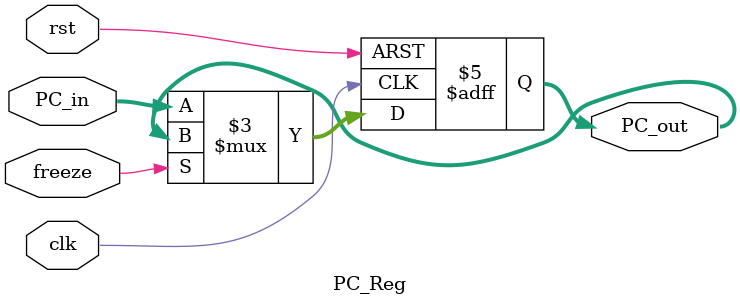
<source format=v>
`timescale 1ns/1ns

module PC_Reg
(
  input clk, rst, freeze,
  input [31:0] PC_in,
  output reg [31:0] PC_out
);

  always @(posedge rst, posedge clk) begin
      if (rst)
        PC_out <= 32'b0;
      else if (~freeze)
        PC_out <= PC_in;
  end
  
  
endmodule
</source>
